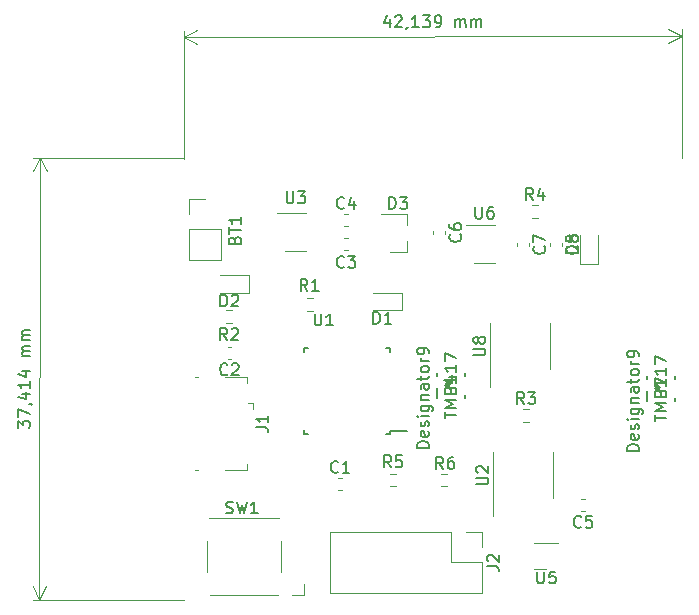
<source format=gbr>
%TF.GenerationSoftware,KiCad,Pcbnew,(5.1.9)-1*%
%TF.CreationDate,2021-05-13T10:13:02+02:00*%
%TF.ProjectId,TFG_LOPEZ_GIMENEZ,5446475f-4c4f-4504-955a-5f47494d454e,rev?*%
%TF.SameCoordinates,Original*%
%TF.FileFunction,Legend,Top*%
%TF.FilePolarity,Positive*%
%FSLAX46Y46*%
G04 Gerber Fmt 4.6, Leading zero omitted, Abs format (unit mm)*
G04 Created by KiCad (PCBNEW (5.1.9)-1) date 2021-05-13 10:13:02*
%MOMM*%
%LPD*%
G01*
G04 APERTURE LIST*
%ADD10C,0.150000*%
%ADD11C,0.120000*%
%ADD12C,0.152400*%
G04 APERTURE END LIST*
D10*
X1188511Y-38153446D02*
X1188931Y-37534398D01*
X1569657Y-37867990D01*
X1569754Y-37725133D01*
X1617438Y-37629928D01*
X1665089Y-37582341D01*
X1760359Y-37534786D01*
X1998455Y-37534948D01*
X2093660Y-37582632D01*
X2141247Y-37630283D01*
X2188801Y-37725554D01*
X2188607Y-38011268D01*
X2140924Y-38106473D01*
X2093272Y-38154060D01*
X1189157Y-37201065D02*
X1189610Y-36534399D01*
X2189319Y-36963649D01*
X2142282Y-36106474D02*
X2189901Y-36106506D01*
X2285106Y-36154190D01*
X2332693Y-36201841D01*
X1523816Y-35248911D02*
X2190482Y-35249364D01*
X1142702Y-35486748D02*
X1856826Y-35725328D01*
X1857246Y-35106280D01*
X2191194Y-34201745D02*
X2190806Y-34773173D01*
X2191000Y-34487459D02*
X1191000Y-34486780D01*
X1333792Y-34582115D01*
X1428966Y-34677418D01*
X1476520Y-34772688D01*
X1525109Y-33344150D02*
X2191776Y-33344602D01*
X1143995Y-33581986D02*
X1858119Y-33820566D01*
X1858539Y-33201519D01*
X2192648Y-32058888D02*
X1525982Y-32058436D01*
X1621220Y-32058500D02*
X1573633Y-32010849D01*
X1526079Y-31915578D01*
X1526176Y-31772721D01*
X1573860Y-31677516D01*
X1669130Y-31629961D01*
X2192939Y-31630317D01*
X1669130Y-31629961D02*
X1573924Y-31582278D01*
X1526370Y-31487007D01*
X1526467Y-31344150D01*
X1574151Y-31248944D01*
X1669421Y-31201390D01*
X2193230Y-31201745D01*
X2193554Y-30725555D02*
X1526887Y-30725103D01*
X1622125Y-30725167D02*
X1574538Y-30677516D01*
X1526984Y-30582245D01*
X1527081Y-30439388D01*
X1574765Y-30344183D01*
X1670035Y-30296628D01*
X2193845Y-30296984D01*
X1670035Y-30296628D02*
X1574829Y-30248944D01*
X1527275Y-30153674D01*
X1527372Y-30010817D01*
X1575056Y-29915611D01*
X1670326Y-29868057D01*
X2194136Y-29868412D01*
D11*
X3021675Y-15257105D02*
X2996275Y-52671305D01*
X15240000Y-15265400D02*
X2435254Y-15256707D01*
X15214600Y-52679600D02*
X2409854Y-52670907D01*
X2996275Y-52671305D02*
X2410619Y-51544403D01*
X2996275Y-52671305D02*
X3583460Y-51545200D01*
X3021675Y-15257105D02*
X2434490Y-16383210D01*
X3021675Y-15257105D02*
X3607331Y-16384007D01*
D10*
X32639663Y-3554003D02*
X32641270Y-4220668D01*
X32400650Y-3173626D02*
X32164277Y-3888484D01*
X32783323Y-3886991D01*
X33115278Y-3314760D02*
X33162782Y-3267027D01*
X33257905Y-3219178D01*
X33496000Y-3218604D01*
X33591352Y-3265993D01*
X33639086Y-3313497D01*
X33686934Y-3408620D01*
X33687164Y-3503858D01*
X33639890Y-3646830D01*
X33069840Y-4219634D01*
X33688886Y-4218142D01*
X34164961Y-4169375D02*
X34165075Y-4216994D01*
X34117686Y-4312346D01*
X34070182Y-4360080D01*
X35117453Y-4214697D02*
X34546027Y-4216075D01*
X34831740Y-4215386D02*
X34829329Y-3215389D01*
X34734436Y-3358476D01*
X34639427Y-3453943D01*
X34544304Y-3501792D01*
X35448375Y-3213897D02*
X36067421Y-3212404D01*
X35735007Y-3594159D01*
X35877863Y-3593815D01*
X35973216Y-3641204D01*
X36020950Y-3688708D01*
X36068798Y-3783831D01*
X36069372Y-4021926D01*
X36021983Y-4117278D01*
X35974479Y-4165012D01*
X35879356Y-4212860D01*
X35593643Y-4213549D01*
X35498290Y-4166160D01*
X35450556Y-4118656D01*
X36546021Y-4211253D02*
X36736496Y-4210794D01*
X36831619Y-4162945D01*
X36879124Y-4115212D01*
X36974017Y-3972125D01*
X37021177Y-3781535D01*
X37020258Y-3400583D01*
X36972410Y-3305460D01*
X36924676Y-3257956D01*
X36829323Y-3210567D01*
X36638848Y-3211026D01*
X36543725Y-3258875D01*
X36496220Y-3306609D01*
X36448831Y-3401961D01*
X36449405Y-3640056D01*
X36497254Y-3735179D01*
X36544987Y-3782683D01*
X36640340Y-3830072D01*
X36830816Y-3829613D01*
X36925939Y-3781764D01*
X36973443Y-3734031D01*
X37020832Y-3638678D01*
X38212683Y-4207235D02*
X38211075Y-3540570D01*
X38211305Y-3635808D02*
X38258809Y-3588074D01*
X38353932Y-3540225D01*
X38496789Y-3539881D01*
X38592141Y-3587270D01*
X38639990Y-3682393D01*
X38641253Y-4206201D01*
X38639990Y-3682393D02*
X38687379Y-3587041D01*
X38782502Y-3539192D01*
X38925359Y-3538848D01*
X39020711Y-3586237D01*
X39068560Y-3681360D01*
X39069823Y-4205168D01*
X39546012Y-4204020D02*
X39544405Y-3537355D01*
X39544634Y-3632593D02*
X39592138Y-3584859D01*
X39687261Y-3537011D01*
X39830118Y-3536666D01*
X39925471Y-3584055D01*
X39973319Y-3679178D01*
X39974582Y-4202986D01*
X39973319Y-3679178D02*
X40020709Y-3583826D01*
X40115832Y-3535977D01*
X40258688Y-3535633D01*
X40354041Y-3583022D01*
X40401889Y-3678145D01*
X40403152Y-4201953D01*
D11*
X15240598Y-5080244D02*
X57379198Y-4978644D01*
X15265400Y-15367000D02*
X15239184Y-4493825D01*
X57404000Y-15265400D02*
X57377784Y-4392225D01*
X57379198Y-4978644D02*
X56254111Y-5567779D01*
X57379198Y-4978644D02*
X56251284Y-4394941D01*
X15240598Y-5080244D02*
X16368512Y-5663947D01*
X15240598Y-5080244D02*
X16365685Y-4491109D01*
%TO.C,U5*%
X44900000Y-47850000D02*
X46900000Y-47850000D01*
X44900000Y-50050000D02*
X45900000Y-50050000D01*
D12*
%TO.C,U7*%
X54426000Y-35848000D02*
X54426000Y-34998000D01*
X54426000Y-33997999D02*
X54426000Y-33748000D01*
X56826000Y-33997999D02*
X56826000Y-33748000D01*
X56826000Y-35848000D02*
X56826000Y-35598001D01*
%TO.C,U4*%
X39046000Y-35594000D02*
X39046000Y-35344001D01*
X39046000Y-33743999D02*
X39046000Y-33494000D01*
X36646000Y-33743999D02*
X36646000Y-33494000D01*
X36646000Y-35594000D02*
X36646000Y-34744000D01*
D11*
%TO.C,J2*%
X27626000Y-46930000D02*
X27626000Y-52130000D01*
X37846000Y-46930000D02*
X27626000Y-46930000D01*
X40446000Y-52130000D02*
X27626000Y-52130000D01*
X37846000Y-46930000D02*
X37846000Y-49530000D01*
X37846000Y-49530000D02*
X40446000Y-49530000D01*
X40446000Y-49530000D02*
X40446000Y-52130000D01*
X39116000Y-46930000D02*
X40446000Y-46930000D01*
X40446000Y-46930000D02*
X40446000Y-48260000D01*
%TO.C,D5*%
X48795000Y-21806000D02*
X48795000Y-24266000D01*
X48795000Y-24266000D02*
X50265000Y-24266000D01*
X50265000Y-24266000D02*
X50265000Y-21806000D01*
%TO.C,D2*%
X18250000Y-26706500D02*
X20710000Y-26706500D01*
X20710000Y-26706500D02*
X20710000Y-25236500D01*
X20710000Y-25236500D02*
X18250000Y-25236500D01*
%TO.C,D1*%
X31204000Y-28167000D02*
X33664000Y-28167000D01*
X33664000Y-28167000D02*
X33664000Y-26697000D01*
X33664000Y-26697000D02*
X31204000Y-26697000D01*
%TO.C,C8*%
X47246000Y-22459733D02*
X47246000Y-22752267D01*
X46226000Y-22459733D02*
X46226000Y-22752267D01*
%TO.C,C7*%
X44452000Y-22459733D02*
X44452000Y-22752267D01*
X43432000Y-22459733D02*
X43432000Y-22752267D01*
%TO.C,C6*%
X37340000Y-21443733D02*
X37340000Y-21736267D01*
X36320000Y-21443733D02*
X36320000Y-21736267D01*
%TO.C,C5*%
X49168267Y-45214000D02*
X48875733Y-45214000D01*
X49168267Y-44194000D02*
X48875733Y-44194000D01*
%TO.C,C4*%
X28809733Y-20064000D02*
X29102267Y-20064000D01*
X28809733Y-21084000D02*
X29102267Y-21084000D01*
%TO.C,C3*%
X28809733Y-22096000D02*
X29102267Y-22096000D01*
X28809733Y-23116000D02*
X29102267Y-23116000D01*
%TO.C,C2*%
X19221667Y-32310800D02*
X18929133Y-32310800D01*
X19221667Y-31290800D02*
X18929133Y-31290800D01*
%TO.C,C1*%
X28301733Y-42416000D02*
X28594267Y-42416000D01*
X28301733Y-43436000D02*
X28594267Y-43436000D01*
%TO.C,J1*%
X21108500Y-36069800D02*
X20658500Y-36069800D01*
X21108500Y-36069800D02*
X21108500Y-36519800D01*
X20558500Y-41669800D02*
X20558500Y-41219800D01*
X18708500Y-41669800D02*
X20558500Y-41669800D01*
X16158500Y-33869800D02*
X16408500Y-33869800D01*
X16158500Y-41669800D02*
X16408500Y-41669800D01*
X18708500Y-33869800D02*
X20558500Y-33869800D01*
X20558500Y-33869800D02*
X20558500Y-34319800D01*
%TO.C,U2*%
X46502000Y-42164000D02*
X46502000Y-40214000D01*
X46502000Y-42164000D02*
X46502000Y-44114000D01*
X41382000Y-42164000D02*
X41382000Y-40214000D01*
X41382000Y-42164000D02*
X41382000Y-45614000D01*
%TO.C,U3*%
X23788800Y-23174600D02*
X25588800Y-23174600D01*
X25588800Y-19954600D02*
X23138800Y-19954600D01*
%TO.C,R2*%
X18795276Y-29224500D02*
X19304724Y-29224500D01*
X18795276Y-28179500D02*
X19304724Y-28179500D01*
%TO.C,BT1*%
X15688000Y-18736000D02*
X17018000Y-18736000D01*
X15688000Y-20066000D02*
X15688000Y-18736000D01*
X15688000Y-21336000D02*
X18348000Y-21336000D01*
X18348000Y-21336000D02*
X18348000Y-23936000D01*
X15688000Y-21336000D02*
X15688000Y-23936000D01*
X15688000Y-23936000D02*
X18348000Y-23936000D01*
%TO.C,D3*%
X34110200Y-23220800D02*
X32650200Y-23220800D01*
X34110200Y-20060800D02*
X31950200Y-20060800D01*
X34110200Y-20060800D02*
X34110200Y-20990800D01*
X34110200Y-23220800D02*
X34110200Y-22290800D01*
%TO.C,R1*%
X25653276Y-28208500D02*
X26162724Y-28208500D01*
X25653276Y-27163500D02*
X26162724Y-27163500D01*
%TO.C,R3*%
X43941276Y-36561500D02*
X44450724Y-36561500D01*
X43941276Y-37606500D02*
X44450724Y-37606500D01*
%TO.C,R4*%
X44703276Y-19289500D02*
X45212724Y-19289500D01*
X44703276Y-20334500D02*
X45212724Y-20334500D01*
%TO.C,R5*%
X33147724Y-43067500D02*
X32638276Y-43067500D01*
X33147724Y-42022500D02*
X32638276Y-42022500D01*
%TO.C,R6*%
X37516524Y-43092900D02*
X37007076Y-43092900D01*
X37516524Y-42047900D02*
X37007076Y-42047900D01*
%TO.C,SW1*%
X25420000Y-52322000D02*
X24420000Y-52322000D01*
X25420000Y-51322000D02*
X25420000Y-52322000D01*
X23420000Y-50322000D02*
X23420000Y-47722000D01*
X17220000Y-50322000D02*
X17220000Y-47722000D01*
X17320000Y-45772000D02*
X23320000Y-45772000D01*
X17420000Y-52272000D02*
X23220000Y-52272000D01*
D10*
%TO.C,U1*%
X32682600Y-38401200D02*
X34107600Y-38401200D01*
X25432600Y-38626200D02*
X25757600Y-38626200D01*
X25432600Y-31376200D02*
X25757600Y-31376200D01*
X32682600Y-31376200D02*
X32357600Y-31376200D01*
X32682600Y-38626200D02*
X32357600Y-38626200D01*
X32682600Y-31376200D02*
X32682600Y-31701200D01*
X25432600Y-31376200D02*
X25432600Y-31701200D01*
X25432600Y-38626200D02*
X25432600Y-38301200D01*
X32682600Y-38626200D02*
X32682600Y-38401200D01*
D11*
%TO.C,U6*%
X41590800Y-20996000D02*
X39140800Y-20996000D01*
X39790800Y-24216000D02*
X41590800Y-24216000D01*
%TO.C,U8*%
X41128000Y-31242000D02*
X41128000Y-34692000D01*
X41128000Y-31242000D02*
X41128000Y-29292000D01*
X46248000Y-31242000D02*
X46248000Y-33192000D01*
X46248000Y-31242000D02*
X46248000Y-29292000D01*
%TO.C,U5*%
D10*
X45138095Y-50302380D02*
X45138095Y-51111904D01*
X45185714Y-51207142D01*
X45233333Y-51254761D01*
X45328571Y-51302380D01*
X45519047Y-51302380D01*
X45614285Y-51254761D01*
X45661904Y-51207142D01*
X45709523Y-51111904D01*
X45709523Y-50302380D01*
X46661904Y-50302380D02*
X46185714Y-50302380D01*
X46138095Y-50778571D01*
X46185714Y-50730952D01*
X46280952Y-50683333D01*
X46519047Y-50683333D01*
X46614285Y-50730952D01*
X46661904Y-50778571D01*
X46709523Y-50873809D01*
X46709523Y-51111904D01*
X46661904Y-51207142D01*
X46614285Y-51254761D01*
X46519047Y-51302380D01*
X46280952Y-51302380D01*
X46185714Y-51254761D01*
X46138095Y-51207142D01*
%TO.C,U7*%
X55078380Y-35559904D02*
X55887904Y-35559904D01*
X55983142Y-35512285D01*
X56030761Y-35464666D01*
X56078380Y-35369428D01*
X56078380Y-35178952D01*
X56030761Y-35083714D01*
X55983142Y-35036095D01*
X55887904Y-34988476D01*
X55078380Y-34988476D01*
X55078380Y-34607523D02*
X55078380Y-33940857D01*
X56078380Y-34369428D01*
X55078380Y-37583714D02*
X55078380Y-37012285D01*
X56078380Y-37298000D02*
X55078380Y-37298000D01*
X56078380Y-36678952D02*
X55078380Y-36678952D01*
X55792666Y-36345619D01*
X55078380Y-36012285D01*
X56078380Y-36012285D01*
X56078380Y-35536095D02*
X55078380Y-35536095D01*
X55078380Y-35155142D01*
X55126000Y-35059904D01*
X55173619Y-35012285D01*
X55268857Y-34964666D01*
X55411714Y-34964666D01*
X55506952Y-35012285D01*
X55554571Y-35059904D01*
X55602190Y-35155142D01*
X55602190Y-35536095D01*
X56078380Y-34012285D02*
X56078380Y-34583714D01*
X56078380Y-34298000D02*
X55078380Y-34298000D01*
X55221238Y-34393238D01*
X55316476Y-34488476D01*
X55364095Y-34583714D01*
X56078380Y-33059904D02*
X56078380Y-33631333D01*
X56078380Y-33345619D02*
X55078380Y-33345619D01*
X55221238Y-33440857D01*
X55316476Y-33536095D01*
X55364095Y-33631333D01*
X55078380Y-32726571D02*
X55078380Y-32059904D01*
X56078380Y-32488476D01*
X53741580Y-40079085D02*
X52741580Y-40079085D01*
X52741580Y-39840990D01*
X52789200Y-39698133D01*
X52884438Y-39602895D01*
X52979676Y-39555276D01*
X53170152Y-39507657D01*
X53313009Y-39507657D01*
X53503485Y-39555276D01*
X53598723Y-39602895D01*
X53693961Y-39698133D01*
X53741580Y-39840990D01*
X53741580Y-40079085D01*
X53693961Y-38698133D02*
X53741580Y-38793371D01*
X53741580Y-38983847D01*
X53693961Y-39079085D01*
X53598723Y-39126704D01*
X53217771Y-39126704D01*
X53122533Y-39079085D01*
X53074914Y-38983847D01*
X53074914Y-38793371D01*
X53122533Y-38698133D01*
X53217771Y-38650514D01*
X53313009Y-38650514D01*
X53408247Y-39126704D01*
X53693961Y-38269561D02*
X53741580Y-38174323D01*
X53741580Y-37983847D01*
X53693961Y-37888609D01*
X53598723Y-37840990D01*
X53551104Y-37840990D01*
X53455866Y-37888609D01*
X53408247Y-37983847D01*
X53408247Y-38126704D01*
X53360628Y-38221942D01*
X53265390Y-38269561D01*
X53217771Y-38269561D01*
X53122533Y-38221942D01*
X53074914Y-38126704D01*
X53074914Y-37983847D01*
X53122533Y-37888609D01*
X53741580Y-37412419D02*
X53074914Y-37412419D01*
X52741580Y-37412419D02*
X52789200Y-37460038D01*
X52836819Y-37412419D01*
X52789200Y-37364800D01*
X52741580Y-37412419D01*
X52836819Y-37412419D01*
X53074914Y-36507657D02*
X53884438Y-36507657D01*
X53979676Y-36555276D01*
X54027295Y-36602895D01*
X54074914Y-36698133D01*
X54074914Y-36840990D01*
X54027295Y-36936228D01*
X53693961Y-36507657D02*
X53741580Y-36602895D01*
X53741580Y-36793371D01*
X53693961Y-36888609D01*
X53646342Y-36936228D01*
X53551104Y-36983847D01*
X53265390Y-36983847D01*
X53170152Y-36936228D01*
X53122533Y-36888609D01*
X53074914Y-36793371D01*
X53074914Y-36602895D01*
X53122533Y-36507657D01*
X53074914Y-36031466D02*
X53741580Y-36031466D01*
X53170152Y-36031466D02*
X53122533Y-35983847D01*
X53074914Y-35888609D01*
X53074914Y-35745752D01*
X53122533Y-35650514D01*
X53217771Y-35602895D01*
X53741580Y-35602895D01*
X53741580Y-34698133D02*
X53217771Y-34698133D01*
X53122533Y-34745752D01*
X53074914Y-34840990D01*
X53074914Y-35031466D01*
X53122533Y-35126704D01*
X53693961Y-34698133D02*
X53741580Y-34793371D01*
X53741580Y-35031466D01*
X53693961Y-35126704D01*
X53598723Y-35174323D01*
X53503485Y-35174323D01*
X53408247Y-35126704D01*
X53360628Y-35031466D01*
X53360628Y-34793371D01*
X53313009Y-34698133D01*
X53074914Y-34364800D02*
X53074914Y-33983847D01*
X52741580Y-34221942D02*
X53598723Y-34221942D01*
X53693961Y-34174323D01*
X53741580Y-34079085D01*
X53741580Y-33983847D01*
X53741580Y-33507657D02*
X53693961Y-33602895D01*
X53646342Y-33650514D01*
X53551104Y-33698133D01*
X53265390Y-33698133D01*
X53170152Y-33650514D01*
X53122533Y-33602895D01*
X53074914Y-33507657D01*
X53074914Y-33364800D01*
X53122533Y-33269561D01*
X53170152Y-33221942D01*
X53265390Y-33174323D01*
X53551104Y-33174323D01*
X53646342Y-33221942D01*
X53693961Y-33269561D01*
X53741580Y-33364800D01*
X53741580Y-33507657D01*
X53741580Y-32745752D02*
X53074914Y-32745752D01*
X53265390Y-32745752D02*
X53170152Y-32698133D01*
X53122533Y-32650514D01*
X53074914Y-32555276D01*
X53074914Y-32460038D01*
X53741580Y-32079085D02*
X53741580Y-31888609D01*
X53693961Y-31793371D01*
X53646342Y-31745752D01*
X53503485Y-31650514D01*
X53313009Y-31602895D01*
X52932057Y-31602895D01*
X52836819Y-31650514D01*
X52789200Y-31698133D01*
X52741580Y-31793371D01*
X52741580Y-31983847D01*
X52789200Y-32079085D01*
X52836819Y-32126704D01*
X52932057Y-32174323D01*
X53170152Y-32174323D01*
X53265390Y-32126704D01*
X53313009Y-32079085D01*
X53360628Y-31983847D01*
X53360628Y-31793371D01*
X53313009Y-31698133D01*
X53265390Y-31650514D01*
X53170152Y-31602895D01*
X55078380Y-34798000D02*
X55316476Y-34798000D01*
X55221238Y-35036095D02*
X55316476Y-34798000D01*
X55221238Y-34559904D01*
X55506952Y-34940857D02*
X55316476Y-34798000D01*
X55506952Y-34655142D01*
%TO.C,U4*%
X37298380Y-35305904D02*
X38107904Y-35305904D01*
X38203142Y-35258285D01*
X38250761Y-35210666D01*
X38298380Y-35115428D01*
X38298380Y-34924952D01*
X38250761Y-34829714D01*
X38203142Y-34782095D01*
X38107904Y-34734476D01*
X37298380Y-34734476D01*
X37631714Y-33829714D02*
X38298380Y-33829714D01*
X37250761Y-34067809D02*
X37965047Y-34305904D01*
X37965047Y-33686857D01*
X37298380Y-37329714D02*
X37298380Y-36758285D01*
X38298380Y-37044000D02*
X37298380Y-37044000D01*
X38298380Y-36424952D02*
X37298380Y-36424952D01*
X38012666Y-36091619D01*
X37298380Y-35758285D01*
X38298380Y-35758285D01*
X38298380Y-35282095D02*
X37298380Y-35282095D01*
X37298380Y-34901142D01*
X37346000Y-34805904D01*
X37393619Y-34758285D01*
X37488857Y-34710666D01*
X37631714Y-34710666D01*
X37726952Y-34758285D01*
X37774571Y-34805904D01*
X37822190Y-34901142D01*
X37822190Y-35282095D01*
X38298380Y-33758285D02*
X38298380Y-34329714D01*
X38298380Y-34044000D02*
X37298380Y-34044000D01*
X37441238Y-34139238D01*
X37536476Y-34234476D01*
X37584095Y-34329714D01*
X38298380Y-32805904D02*
X38298380Y-33377333D01*
X38298380Y-33091619D02*
X37298380Y-33091619D01*
X37441238Y-33186857D01*
X37536476Y-33282095D01*
X37584095Y-33377333D01*
X37298380Y-32472571D02*
X37298380Y-31805904D01*
X38298380Y-32234476D01*
X37298380Y-34544000D02*
X37536476Y-34544000D01*
X37441238Y-34782095D02*
X37536476Y-34544000D01*
X37441238Y-34305904D01*
X37726952Y-34686857D02*
X37536476Y-34544000D01*
X37726952Y-34401142D01*
X35961580Y-39825085D02*
X34961580Y-39825085D01*
X34961580Y-39586990D01*
X35009200Y-39444133D01*
X35104438Y-39348895D01*
X35199676Y-39301276D01*
X35390152Y-39253657D01*
X35533009Y-39253657D01*
X35723485Y-39301276D01*
X35818723Y-39348895D01*
X35913961Y-39444133D01*
X35961580Y-39586990D01*
X35961580Y-39825085D01*
X35913961Y-38444133D02*
X35961580Y-38539371D01*
X35961580Y-38729847D01*
X35913961Y-38825085D01*
X35818723Y-38872704D01*
X35437771Y-38872704D01*
X35342533Y-38825085D01*
X35294914Y-38729847D01*
X35294914Y-38539371D01*
X35342533Y-38444133D01*
X35437771Y-38396514D01*
X35533009Y-38396514D01*
X35628247Y-38872704D01*
X35913961Y-38015561D02*
X35961580Y-37920323D01*
X35961580Y-37729847D01*
X35913961Y-37634609D01*
X35818723Y-37586990D01*
X35771104Y-37586990D01*
X35675866Y-37634609D01*
X35628247Y-37729847D01*
X35628247Y-37872704D01*
X35580628Y-37967942D01*
X35485390Y-38015561D01*
X35437771Y-38015561D01*
X35342533Y-37967942D01*
X35294914Y-37872704D01*
X35294914Y-37729847D01*
X35342533Y-37634609D01*
X35961580Y-37158419D02*
X35294914Y-37158419D01*
X34961580Y-37158419D02*
X35009200Y-37206038D01*
X35056819Y-37158419D01*
X35009200Y-37110800D01*
X34961580Y-37158419D01*
X35056819Y-37158419D01*
X35294914Y-36253657D02*
X36104438Y-36253657D01*
X36199676Y-36301276D01*
X36247295Y-36348895D01*
X36294914Y-36444133D01*
X36294914Y-36586990D01*
X36247295Y-36682228D01*
X35913961Y-36253657D02*
X35961580Y-36348895D01*
X35961580Y-36539371D01*
X35913961Y-36634609D01*
X35866342Y-36682228D01*
X35771104Y-36729847D01*
X35485390Y-36729847D01*
X35390152Y-36682228D01*
X35342533Y-36634609D01*
X35294914Y-36539371D01*
X35294914Y-36348895D01*
X35342533Y-36253657D01*
X35294914Y-35777466D02*
X35961580Y-35777466D01*
X35390152Y-35777466D02*
X35342533Y-35729847D01*
X35294914Y-35634609D01*
X35294914Y-35491752D01*
X35342533Y-35396514D01*
X35437771Y-35348895D01*
X35961580Y-35348895D01*
X35961580Y-34444133D02*
X35437771Y-34444133D01*
X35342533Y-34491752D01*
X35294914Y-34586990D01*
X35294914Y-34777466D01*
X35342533Y-34872704D01*
X35913961Y-34444133D02*
X35961580Y-34539371D01*
X35961580Y-34777466D01*
X35913961Y-34872704D01*
X35818723Y-34920323D01*
X35723485Y-34920323D01*
X35628247Y-34872704D01*
X35580628Y-34777466D01*
X35580628Y-34539371D01*
X35533009Y-34444133D01*
X35294914Y-34110800D02*
X35294914Y-33729847D01*
X34961580Y-33967942D02*
X35818723Y-33967942D01*
X35913961Y-33920323D01*
X35961580Y-33825085D01*
X35961580Y-33729847D01*
X35961580Y-33253657D02*
X35913961Y-33348895D01*
X35866342Y-33396514D01*
X35771104Y-33444133D01*
X35485390Y-33444133D01*
X35390152Y-33396514D01*
X35342533Y-33348895D01*
X35294914Y-33253657D01*
X35294914Y-33110800D01*
X35342533Y-33015561D01*
X35390152Y-32967942D01*
X35485390Y-32920323D01*
X35771104Y-32920323D01*
X35866342Y-32967942D01*
X35913961Y-33015561D01*
X35961580Y-33110800D01*
X35961580Y-33253657D01*
X35961580Y-32491752D02*
X35294914Y-32491752D01*
X35485390Y-32491752D02*
X35390152Y-32444133D01*
X35342533Y-32396514D01*
X35294914Y-32301276D01*
X35294914Y-32206038D01*
X35961580Y-31825085D02*
X35961580Y-31634609D01*
X35913961Y-31539371D01*
X35866342Y-31491752D01*
X35723485Y-31396514D01*
X35533009Y-31348895D01*
X35152057Y-31348895D01*
X35056819Y-31396514D01*
X35009200Y-31444133D01*
X34961580Y-31539371D01*
X34961580Y-31729847D01*
X35009200Y-31825085D01*
X35056819Y-31872704D01*
X35152057Y-31920323D01*
X35390152Y-31920323D01*
X35485390Y-31872704D01*
X35533009Y-31825085D01*
X35580628Y-31729847D01*
X35580628Y-31539371D01*
X35533009Y-31444133D01*
X35485390Y-31396514D01*
X35390152Y-31348895D01*
%TO.C,J2*%
X40898380Y-49863333D02*
X41612666Y-49863333D01*
X41755523Y-49910952D01*
X41850761Y-50006190D01*
X41898380Y-50149047D01*
X41898380Y-50244285D01*
X40993619Y-49434761D02*
X40946000Y-49387142D01*
X40898380Y-49291904D01*
X40898380Y-49053809D01*
X40946000Y-48958571D01*
X40993619Y-48910952D01*
X41088857Y-48863333D01*
X41184095Y-48863333D01*
X41326952Y-48910952D01*
X41898380Y-49482380D01*
X41898380Y-48863333D01*
%TO.C,D5*%
X48552380Y-23344095D02*
X47552380Y-23344095D01*
X47552380Y-23106000D01*
X47600000Y-22963142D01*
X47695238Y-22867904D01*
X47790476Y-22820285D01*
X47980952Y-22772666D01*
X48123809Y-22772666D01*
X48314285Y-22820285D01*
X48409523Y-22867904D01*
X48504761Y-22963142D01*
X48552380Y-23106000D01*
X48552380Y-23344095D01*
X47552380Y-21867904D02*
X47552380Y-22344095D01*
X48028571Y-22391714D01*
X47980952Y-22344095D01*
X47933333Y-22248857D01*
X47933333Y-22010761D01*
X47980952Y-21915523D01*
X48028571Y-21867904D01*
X48123809Y-21820285D01*
X48361904Y-21820285D01*
X48457142Y-21867904D01*
X48504761Y-21915523D01*
X48552380Y-22010761D01*
X48552380Y-22248857D01*
X48504761Y-22344095D01*
X48457142Y-22391714D01*
%TO.C,D2*%
X18311904Y-27853880D02*
X18311904Y-26853880D01*
X18550000Y-26853880D01*
X18692857Y-26901500D01*
X18788095Y-26996738D01*
X18835714Y-27091976D01*
X18883333Y-27282452D01*
X18883333Y-27425309D01*
X18835714Y-27615785D01*
X18788095Y-27711023D01*
X18692857Y-27806261D01*
X18550000Y-27853880D01*
X18311904Y-27853880D01*
X19264285Y-26949119D02*
X19311904Y-26901500D01*
X19407142Y-26853880D01*
X19645238Y-26853880D01*
X19740476Y-26901500D01*
X19788095Y-26949119D01*
X19835714Y-27044357D01*
X19835714Y-27139595D01*
X19788095Y-27282452D01*
X19216666Y-27853880D01*
X19835714Y-27853880D01*
%TO.C,D1*%
X31265904Y-29314380D02*
X31265904Y-28314380D01*
X31504000Y-28314380D01*
X31646857Y-28362000D01*
X31742095Y-28457238D01*
X31789714Y-28552476D01*
X31837333Y-28742952D01*
X31837333Y-28885809D01*
X31789714Y-29076285D01*
X31742095Y-29171523D01*
X31646857Y-29266761D01*
X31504000Y-29314380D01*
X31265904Y-29314380D01*
X32789714Y-29314380D02*
X32218285Y-29314380D01*
X32504000Y-29314380D02*
X32504000Y-28314380D01*
X32408761Y-28457238D01*
X32313523Y-28552476D01*
X32218285Y-28600095D01*
%TO.C,C8*%
X48523142Y-22772666D02*
X48570761Y-22820285D01*
X48618380Y-22963142D01*
X48618380Y-23058380D01*
X48570761Y-23201238D01*
X48475523Y-23296476D01*
X48380285Y-23344095D01*
X48189809Y-23391714D01*
X48046952Y-23391714D01*
X47856476Y-23344095D01*
X47761238Y-23296476D01*
X47666000Y-23201238D01*
X47618380Y-23058380D01*
X47618380Y-22963142D01*
X47666000Y-22820285D01*
X47713619Y-22772666D01*
X48046952Y-22201238D02*
X47999333Y-22296476D01*
X47951714Y-22344095D01*
X47856476Y-22391714D01*
X47808857Y-22391714D01*
X47713619Y-22344095D01*
X47666000Y-22296476D01*
X47618380Y-22201238D01*
X47618380Y-22010761D01*
X47666000Y-21915523D01*
X47713619Y-21867904D01*
X47808857Y-21820285D01*
X47856476Y-21820285D01*
X47951714Y-21867904D01*
X47999333Y-21915523D01*
X48046952Y-22010761D01*
X48046952Y-22201238D01*
X48094571Y-22296476D01*
X48142190Y-22344095D01*
X48237428Y-22391714D01*
X48427904Y-22391714D01*
X48523142Y-22344095D01*
X48570761Y-22296476D01*
X48618380Y-22201238D01*
X48618380Y-22010761D01*
X48570761Y-21915523D01*
X48523142Y-21867904D01*
X48427904Y-21820285D01*
X48237428Y-21820285D01*
X48142190Y-21867904D01*
X48094571Y-21915523D01*
X48046952Y-22010761D01*
%TO.C,C7*%
X45729142Y-22772666D02*
X45776761Y-22820285D01*
X45824380Y-22963142D01*
X45824380Y-23058380D01*
X45776761Y-23201238D01*
X45681523Y-23296476D01*
X45586285Y-23344095D01*
X45395809Y-23391714D01*
X45252952Y-23391714D01*
X45062476Y-23344095D01*
X44967238Y-23296476D01*
X44872000Y-23201238D01*
X44824380Y-23058380D01*
X44824380Y-22963142D01*
X44872000Y-22820285D01*
X44919619Y-22772666D01*
X44824380Y-22439333D02*
X44824380Y-21772666D01*
X45824380Y-22201238D01*
%TO.C,C6*%
X38617142Y-21756666D02*
X38664761Y-21804285D01*
X38712380Y-21947142D01*
X38712380Y-22042380D01*
X38664761Y-22185238D01*
X38569523Y-22280476D01*
X38474285Y-22328095D01*
X38283809Y-22375714D01*
X38140952Y-22375714D01*
X37950476Y-22328095D01*
X37855238Y-22280476D01*
X37760000Y-22185238D01*
X37712380Y-22042380D01*
X37712380Y-21947142D01*
X37760000Y-21804285D01*
X37807619Y-21756666D01*
X37712380Y-20899523D02*
X37712380Y-21090000D01*
X37760000Y-21185238D01*
X37807619Y-21232857D01*
X37950476Y-21328095D01*
X38140952Y-21375714D01*
X38521904Y-21375714D01*
X38617142Y-21328095D01*
X38664761Y-21280476D01*
X38712380Y-21185238D01*
X38712380Y-20994761D01*
X38664761Y-20899523D01*
X38617142Y-20851904D01*
X38521904Y-20804285D01*
X38283809Y-20804285D01*
X38188571Y-20851904D01*
X38140952Y-20899523D01*
X38093333Y-20994761D01*
X38093333Y-21185238D01*
X38140952Y-21280476D01*
X38188571Y-21328095D01*
X38283809Y-21375714D01*
%TO.C,C5*%
X48855333Y-46491142D02*
X48807714Y-46538761D01*
X48664857Y-46586380D01*
X48569619Y-46586380D01*
X48426761Y-46538761D01*
X48331523Y-46443523D01*
X48283904Y-46348285D01*
X48236285Y-46157809D01*
X48236285Y-46014952D01*
X48283904Y-45824476D01*
X48331523Y-45729238D01*
X48426761Y-45634000D01*
X48569619Y-45586380D01*
X48664857Y-45586380D01*
X48807714Y-45634000D01*
X48855333Y-45681619D01*
X49760095Y-45586380D02*
X49283904Y-45586380D01*
X49236285Y-46062571D01*
X49283904Y-46014952D01*
X49379142Y-45967333D01*
X49617238Y-45967333D01*
X49712476Y-46014952D01*
X49760095Y-46062571D01*
X49807714Y-46157809D01*
X49807714Y-46395904D01*
X49760095Y-46491142D01*
X49712476Y-46538761D01*
X49617238Y-46586380D01*
X49379142Y-46586380D01*
X49283904Y-46538761D01*
X49236285Y-46491142D01*
%TO.C,C4*%
X28789333Y-19501142D02*
X28741714Y-19548761D01*
X28598857Y-19596380D01*
X28503619Y-19596380D01*
X28360761Y-19548761D01*
X28265523Y-19453523D01*
X28217904Y-19358285D01*
X28170285Y-19167809D01*
X28170285Y-19024952D01*
X28217904Y-18834476D01*
X28265523Y-18739238D01*
X28360761Y-18644000D01*
X28503619Y-18596380D01*
X28598857Y-18596380D01*
X28741714Y-18644000D01*
X28789333Y-18691619D01*
X29646476Y-18929714D02*
X29646476Y-19596380D01*
X29408380Y-18548761D02*
X29170285Y-19263047D01*
X29789333Y-19263047D01*
%TO.C,C3*%
X28789333Y-24487142D02*
X28741714Y-24534761D01*
X28598857Y-24582380D01*
X28503619Y-24582380D01*
X28360761Y-24534761D01*
X28265523Y-24439523D01*
X28217904Y-24344285D01*
X28170285Y-24153809D01*
X28170285Y-24010952D01*
X28217904Y-23820476D01*
X28265523Y-23725238D01*
X28360761Y-23630000D01*
X28503619Y-23582380D01*
X28598857Y-23582380D01*
X28741714Y-23630000D01*
X28789333Y-23677619D01*
X29122666Y-23582380D02*
X29741714Y-23582380D01*
X29408380Y-23963333D01*
X29551238Y-23963333D01*
X29646476Y-24010952D01*
X29694095Y-24058571D01*
X29741714Y-24153809D01*
X29741714Y-24391904D01*
X29694095Y-24487142D01*
X29646476Y-24534761D01*
X29551238Y-24582380D01*
X29265523Y-24582380D01*
X29170285Y-24534761D01*
X29122666Y-24487142D01*
%TO.C,C2*%
X18908733Y-33587942D02*
X18861114Y-33635561D01*
X18718257Y-33683180D01*
X18623019Y-33683180D01*
X18480161Y-33635561D01*
X18384923Y-33540323D01*
X18337304Y-33445085D01*
X18289685Y-33254609D01*
X18289685Y-33111752D01*
X18337304Y-32921276D01*
X18384923Y-32826038D01*
X18480161Y-32730800D01*
X18623019Y-32683180D01*
X18718257Y-32683180D01*
X18861114Y-32730800D01*
X18908733Y-32778419D01*
X19289685Y-32778419D02*
X19337304Y-32730800D01*
X19432542Y-32683180D01*
X19670638Y-32683180D01*
X19765876Y-32730800D01*
X19813495Y-32778419D01*
X19861114Y-32873657D01*
X19861114Y-32968895D01*
X19813495Y-33111752D01*
X19242066Y-33683180D01*
X19861114Y-33683180D01*
%TO.C,C1*%
X28281333Y-41853142D02*
X28233714Y-41900761D01*
X28090857Y-41948380D01*
X27995619Y-41948380D01*
X27852761Y-41900761D01*
X27757523Y-41805523D01*
X27709904Y-41710285D01*
X27662285Y-41519809D01*
X27662285Y-41376952D01*
X27709904Y-41186476D01*
X27757523Y-41091238D01*
X27852761Y-40996000D01*
X27995619Y-40948380D01*
X28090857Y-40948380D01*
X28233714Y-40996000D01*
X28281333Y-41043619D01*
X29233714Y-41948380D02*
X28662285Y-41948380D01*
X28948000Y-41948380D02*
X28948000Y-40948380D01*
X28852761Y-41091238D01*
X28757523Y-41186476D01*
X28662285Y-41234095D01*
%TO.C,J1*%
X21360880Y-38103133D02*
X22075166Y-38103133D01*
X22218023Y-38150752D01*
X22313261Y-38245990D01*
X22360880Y-38388847D01*
X22360880Y-38484085D01*
X22360880Y-37103133D02*
X22360880Y-37674561D01*
X22360880Y-37388847D02*
X21360880Y-37388847D01*
X21503738Y-37484085D01*
X21598976Y-37579323D01*
X21646595Y-37674561D01*
%TO.C,U2*%
X39994380Y-42925904D02*
X40803904Y-42925904D01*
X40899142Y-42878285D01*
X40946761Y-42830666D01*
X40994380Y-42735428D01*
X40994380Y-42544952D01*
X40946761Y-42449714D01*
X40899142Y-42402095D01*
X40803904Y-42354476D01*
X39994380Y-42354476D01*
X40089619Y-41925904D02*
X40042000Y-41878285D01*
X39994380Y-41783047D01*
X39994380Y-41544952D01*
X40042000Y-41449714D01*
X40089619Y-41402095D01*
X40184857Y-41354476D01*
X40280095Y-41354476D01*
X40422952Y-41402095D01*
X40994380Y-41973523D01*
X40994380Y-41354476D01*
%TO.C,U3*%
X23926895Y-18116980D02*
X23926895Y-18926504D01*
X23974514Y-19021742D01*
X24022133Y-19069361D01*
X24117371Y-19116980D01*
X24307847Y-19116980D01*
X24403085Y-19069361D01*
X24450704Y-19021742D01*
X24498323Y-18926504D01*
X24498323Y-18116980D01*
X24879276Y-18116980D02*
X25498323Y-18116980D01*
X25164990Y-18497933D01*
X25307847Y-18497933D01*
X25403085Y-18545552D01*
X25450704Y-18593171D01*
X25498323Y-18688409D01*
X25498323Y-18926504D01*
X25450704Y-19021742D01*
X25403085Y-19069361D01*
X25307847Y-19116980D01*
X25022133Y-19116980D01*
X24926895Y-19069361D01*
X24879276Y-19021742D01*
%TO.C,R2*%
X18883333Y-30678380D02*
X18550000Y-30202190D01*
X18311904Y-30678380D02*
X18311904Y-29678380D01*
X18692857Y-29678380D01*
X18788095Y-29726000D01*
X18835714Y-29773619D01*
X18883333Y-29868857D01*
X18883333Y-30011714D01*
X18835714Y-30106952D01*
X18788095Y-30154571D01*
X18692857Y-30202190D01*
X18311904Y-30202190D01*
X19264285Y-29773619D02*
X19311904Y-29726000D01*
X19407142Y-29678380D01*
X19645238Y-29678380D01*
X19740476Y-29726000D01*
X19788095Y-29773619D01*
X19835714Y-29868857D01*
X19835714Y-29964095D01*
X19788095Y-30106952D01*
X19216666Y-30678380D01*
X19835714Y-30678380D01*
%TO.C,BT1*%
X19511971Y-22223314D02*
X19559590Y-22080457D01*
X19607209Y-22032838D01*
X19702447Y-21985219D01*
X19845304Y-21985219D01*
X19940542Y-22032838D01*
X19988161Y-22080457D01*
X20035780Y-22175695D01*
X20035780Y-22556647D01*
X19035780Y-22556647D01*
X19035780Y-22223314D01*
X19083400Y-22128076D01*
X19131019Y-22080457D01*
X19226257Y-22032838D01*
X19321495Y-22032838D01*
X19416733Y-22080457D01*
X19464352Y-22128076D01*
X19511971Y-22223314D01*
X19511971Y-22556647D01*
X19035780Y-21699504D02*
X19035780Y-21128076D01*
X20035780Y-21413790D02*
X19035780Y-21413790D01*
X20035780Y-20270933D02*
X20035780Y-20842361D01*
X20035780Y-20556647D02*
X19035780Y-20556647D01*
X19178638Y-20651885D01*
X19273876Y-20747123D01*
X19321495Y-20842361D01*
%TO.C,D3*%
X32612104Y-19593180D02*
X32612104Y-18593180D01*
X32850200Y-18593180D01*
X32993057Y-18640800D01*
X33088295Y-18736038D01*
X33135914Y-18831276D01*
X33183533Y-19021752D01*
X33183533Y-19164609D01*
X33135914Y-19355085D01*
X33088295Y-19450323D01*
X32993057Y-19545561D01*
X32850200Y-19593180D01*
X32612104Y-19593180D01*
X33516866Y-18593180D02*
X34135914Y-18593180D01*
X33802580Y-18974133D01*
X33945438Y-18974133D01*
X34040676Y-19021752D01*
X34088295Y-19069371D01*
X34135914Y-19164609D01*
X34135914Y-19402704D01*
X34088295Y-19497942D01*
X34040676Y-19545561D01*
X33945438Y-19593180D01*
X33659723Y-19593180D01*
X33564485Y-19545561D01*
X33516866Y-19497942D01*
%TO.C,R1*%
X25690533Y-26538180D02*
X25357200Y-26061990D01*
X25119104Y-26538180D02*
X25119104Y-25538180D01*
X25500057Y-25538180D01*
X25595295Y-25585800D01*
X25642914Y-25633419D01*
X25690533Y-25728657D01*
X25690533Y-25871514D01*
X25642914Y-25966752D01*
X25595295Y-26014371D01*
X25500057Y-26061990D01*
X25119104Y-26061990D01*
X26642914Y-26538180D02*
X26071485Y-26538180D01*
X26357200Y-26538180D02*
X26357200Y-25538180D01*
X26261961Y-25681038D01*
X26166723Y-25776276D01*
X26071485Y-25823895D01*
%TO.C,R3*%
X44029333Y-36106380D02*
X43696000Y-35630190D01*
X43457904Y-36106380D02*
X43457904Y-35106380D01*
X43838857Y-35106380D01*
X43934095Y-35154000D01*
X43981714Y-35201619D01*
X44029333Y-35296857D01*
X44029333Y-35439714D01*
X43981714Y-35534952D01*
X43934095Y-35582571D01*
X43838857Y-35630190D01*
X43457904Y-35630190D01*
X44362666Y-35106380D02*
X44981714Y-35106380D01*
X44648380Y-35487333D01*
X44791238Y-35487333D01*
X44886476Y-35534952D01*
X44934095Y-35582571D01*
X44981714Y-35677809D01*
X44981714Y-35915904D01*
X44934095Y-36011142D01*
X44886476Y-36058761D01*
X44791238Y-36106380D01*
X44505523Y-36106380D01*
X44410285Y-36058761D01*
X44362666Y-36011142D01*
%TO.C,R4*%
X44791333Y-18834380D02*
X44458000Y-18358190D01*
X44219904Y-18834380D02*
X44219904Y-17834380D01*
X44600857Y-17834380D01*
X44696095Y-17882000D01*
X44743714Y-17929619D01*
X44791333Y-18024857D01*
X44791333Y-18167714D01*
X44743714Y-18262952D01*
X44696095Y-18310571D01*
X44600857Y-18358190D01*
X44219904Y-18358190D01*
X45648476Y-18167714D02*
X45648476Y-18834380D01*
X45410380Y-17786761D02*
X45172285Y-18501047D01*
X45791333Y-18501047D01*
%TO.C,R5*%
X32775233Y-41473380D02*
X32441900Y-40997190D01*
X32203804Y-41473380D02*
X32203804Y-40473380D01*
X32584757Y-40473380D01*
X32679995Y-40521000D01*
X32727614Y-40568619D01*
X32775233Y-40663857D01*
X32775233Y-40806714D01*
X32727614Y-40901952D01*
X32679995Y-40949571D01*
X32584757Y-40997190D01*
X32203804Y-40997190D01*
X33679995Y-40473380D02*
X33203804Y-40473380D01*
X33156185Y-40949571D01*
X33203804Y-40901952D01*
X33299042Y-40854333D01*
X33537138Y-40854333D01*
X33632376Y-40901952D01*
X33679995Y-40949571D01*
X33727614Y-41044809D01*
X33727614Y-41282904D01*
X33679995Y-41378142D01*
X33632376Y-41425761D01*
X33537138Y-41473380D01*
X33299042Y-41473380D01*
X33203804Y-41425761D01*
X33156185Y-41378142D01*
%TO.C,R6*%
X37171333Y-41600380D02*
X36838000Y-41124190D01*
X36599904Y-41600380D02*
X36599904Y-40600380D01*
X36980857Y-40600380D01*
X37076095Y-40648000D01*
X37123714Y-40695619D01*
X37171333Y-40790857D01*
X37171333Y-40933714D01*
X37123714Y-41028952D01*
X37076095Y-41076571D01*
X36980857Y-41124190D01*
X36599904Y-41124190D01*
X38028476Y-40600380D02*
X37838000Y-40600380D01*
X37742761Y-40648000D01*
X37695142Y-40695619D01*
X37599904Y-40838476D01*
X37552285Y-41028952D01*
X37552285Y-41409904D01*
X37599904Y-41505142D01*
X37647523Y-41552761D01*
X37742761Y-41600380D01*
X37933238Y-41600380D01*
X38028476Y-41552761D01*
X38076095Y-41505142D01*
X38123714Y-41409904D01*
X38123714Y-41171809D01*
X38076095Y-41076571D01*
X38028476Y-41028952D01*
X37933238Y-40981333D01*
X37742761Y-40981333D01*
X37647523Y-41028952D01*
X37599904Y-41076571D01*
X37552285Y-41171809D01*
%TO.C,SW1*%
X18808866Y-45337361D02*
X18951723Y-45384980D01*
X19189819Y-45384980D01*
X19285057Y-45337361D01*
X19332676Y-45289742D01*
X19380295Y-45194504D01*
X19380295Y-45099266D01*
X19332676Y-45004028D01*
X19285057Y-44956409D01*
X19189819Y-44908790D01*
X18999342Y-44861171D01*
X18904104Y-44813552D01*
X18856485Y-44765933D01*
X18808866Y-44670695D01*
X18808866Y-44575457D01*
X18856485Y-44480219D01*
X18904104Y-44432600D01*
X18999342Y-44384980D01*
X19237438Y-44384980D01*
X19380295Y-44432600D01*
X19713628Y-44384980D02*
X19951723Y-45384980D01*
X20142200Y-44670695D01*
X20332676Y-45384980D01*
X20570771Y-44384980D01*
X21475533Y-45384980D02*
X20904104Y-45384980D01*
X21189819Y-45384980D02*
X21189819Y-44384980D01*
X21094580Y-44527838D01*
X20999342Y-44623076D01*
X20904104Y-44670695D01*
%TO.C,U1*%
X26289095Y-28459180D02*
X26289095Y-29268704D01*
X26336714Y-29363942D01*
X26384333Y-29411561D01*
X26479571Y-29459180D01*
X26670047Y-29459180D01*
X26765285Y-29411561D01*
X26812904Y-29363942D01*
X26860523Y-29268704D01*
X26860523Y-28459180D01*
X27860523Y-29459180D02*
X27289095Y-29459180D01*
X27574809Y-29459180D02*
X27574809Y-28459180D01*
X27479571Y-28602038D01*
X27384333Y-28697276D01*
X27289095Y-28744895D01*
%TO.C,U6*%
X39903495Y-19416780D02*
X39903495Y-20226304D01*
X39951114Y-20321542D01*
X39998733Y-20369161D01*
X40093971Y-20416780D01*
X40284447Y-20416780D01*
X40379685Y-20369161D01*
X40427304Y-20321542D01*
X40474923Y-20226304D01*
X40474923Y-19416780D01*
X41379685Y-19416780D02*
X41189209Y-19416780D01*
X41093971Y-19464400D01*
X41046352Y-19512019D01*
X40951114Y-19654876D01*
X40903495Y-19845352D01*
X40903495Y-20226304D01*
X40951114Y-20321542D01*
X40998733Y-20369161D01*
X41093971Y-20416780D01*
X41284447Y-20416780D01*
X41379685Y-20369161D01*
X41427304Y-20321542D01*
X41474923Y-20226304D01*
X41474923Y-19988209D01*
X41427304Y-19892971D01*
X41379685Y-19845352D01*
X41284447Y-19797733D01*
X41093971Y-19797733D01*
X40998733Y-19845352D01*
X40951114Y-19892971D01*
X40903495Y-19988209D01*
%TO.C,U8*%
X39740380Y-32003904D02*
X40549904Y-32003904D01*
X40645142Y-31956285D01*
X40692761Y-31908666D01*
X40740380Y-31813428D01*
X40740380Y-31622952D01*
X40692761Y-31527714D01*
X40645142Y-31480095D01*
X40549904Y-31432476D01*
X39740380Y-31432476D01*
X40168952Y-30813428D02*
X40121333Y-30908666D01*
X40073714Y-30956285D01*
X39978476Y-31003904D01*
X39930857Y-31003904D01*
X39835619Y-30956285D01*
X39788000Y-30908666D01*
X39740380Y-30813428D01*
X39740380Y-30622952D01*
X39788000Y-30527714D01*
X39835619Y-30480095D01*
X39930857Y-30432476D01*
X39978476Y-30432476D01*
X40073714Y-30480095D01*
X40121333Y-30527714D01*
X40168952Y-30622952D01*
X40168952Y-30813428D01*
X40216571Y-30908666D01*
X40264190Y-30956285D01*
X40359428Y-31003904D01*
X40549904Y-31003904D01*
X40645142Y-30956285D01*
X40692761Y-30908666D01*
X40740380Y-30813428D01*
X40740380Y-30622952D01*
X40692761Y-30527714D01*
X40645142Y-30480095D01*
X40549904Y-30432476D01*
X40359428Y-30432476D01*
X40264190Y-30480095D01*
X40216571Y-30527714D01*
X40168952Y-30622952D01*
%TD*%
M02*

</source>
